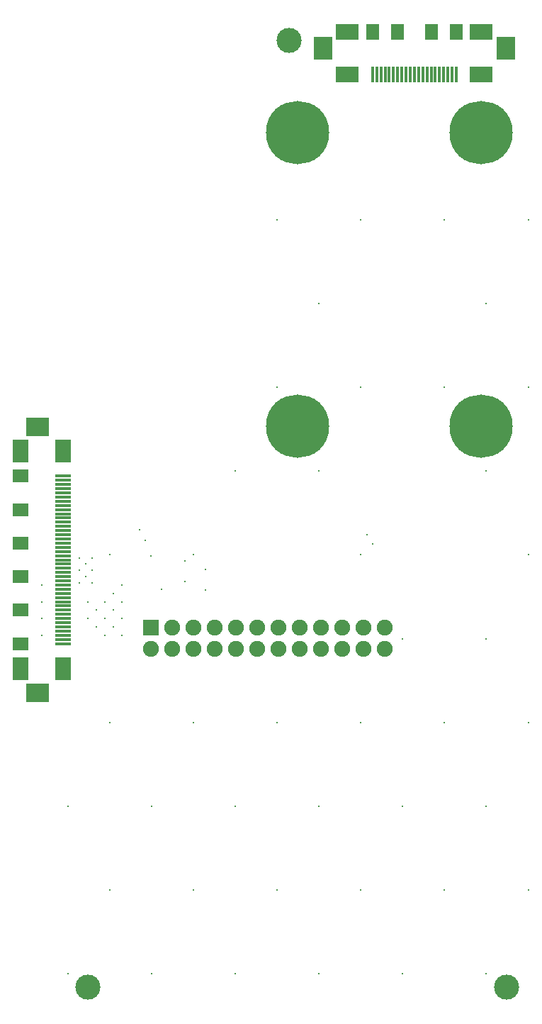
<source format=gts>
G04 Layer_Color=8388736*
%FSLAX44Y44*%
%MOMM*%
G71*
G01*
G75*
%ADD31R,0.4100X1.8600*%
%ADD32R,2.7032X1.9032*%
%ADD33R,2.2532X2.7032*%
%ADD34R,1.5032X1.9032*%
%ADD35R,1.9032X1.5032*%
%ADD36R,1.8600X0.4100*%
%ADD37R,1.9032X2.7032*%
%ADD38R,2.7032X2.2532*%
%ADD39C,3.0000*%
%ADD40C,7.5532*%
%ADD41C,1.9032*%
%ADD42R,1.9032X1.9032*%
%ADD43C,0.3000*%
D31*
X490000Y1139750D02*
D03*
X485000D02*
D03*
X480000D02*
D03*
X475000D02*
D03*
X470000D02*
D03*
X465000D02*
D03*
X460000D02*
D03*
X455000D02*
D03*
X450000D02*
D03*
X445000D02*
D03*
X440000D02*
D03*
X435000D02*
D03*
X430000D02*
D03*
X425000D02*
D03*
X420000D02*
D03*
X415000D02*
D03*
X410000D02*
D03*
X405000D02*
D03*
X400000D02*
D03*
X395000D02*
D03*
X390000D02*
D03*
D32*
X520000D02*
D03*
X360000D02*
D03*
X520000Y1190250D02*
D03*
X360000D02*
D03*
D33*
X549000Y1170500D02*
D03*
X331000D02*
D03*
D34*
X490000Y1190250D02*
D03*
X460000D02*
D03*
X420000D02*
D03*
X390000D02*
D03*
D35*
X-30250Y460000D02*
D03*
Y660000D02*
D03*
Y620000D02*
D03*
Y580000D02*
D03*
Y500000D02*
D03*
Y540000D02*
D03*
D36*
X20000Y460000D02*
D03*
Y465000D02*
D03*
Y470000D02*
D03*
Y475000D02*
D03*
Y480000D02*
D03*
Y485000D02*
D03*
Y490000D02*
D03*
Y495000D02*
D03*
Y500000D02*
D03*
Y505000D02*
D03*
Y510000D02*
D03*
Y515000D02*
D03*
Y520000D02*
D03*
Y525000D02*
D03*
Y530000D02*
D03*
Y535000D02*
D03*
Y540000D02*
D03*
Y545000D02*
D03*
Y550000D02*
D03*
Y555000D02*
D03*
X20250Y560000D02*
D03*
Y565000D02*
D03*
Y570000D02*
D03*
Y575000D02*
D03*
Y580000D02*
D03*
Y585000D02*
D03*
Y590000D02*
D03*
Y595000D02*
D03*
Y600000D02*
D03*
Y605000D02*
D03*
Y610000D02*
D03*
Y615000D02*
D03*
Y620000D02*
D03*
Y625000D02*
D03*
Y630000D02*
D03*
Y635000D02*
D03*
Y640000D02*
D03*
Y645000D02*
D03*
Y650000D02*
D03*
Y655000D02*
D03*
Y660000D02*
D03*
D37*
X-30250Y430000D02*
D03*
Y690000D02*
D03*
X20250Y430000D02*
D03*
Y690000D02*
D03*
D38*
X-10500Y401000D02*
D03*
Y719000D02*
D03*
D39*
X290000Y1180000D02*
D03*
X50000Y50000D02*
D03*
X550000D02*
D03*
D40*
X520000Y720000D02*
D03*
Y1070000D02*
D03*
X300000Y719999D02*
D03*
Y1070000D02*
D03*
D41*
X277400Y453600D02*
D03*
Y479000D02*
D03*
X252000Y453600D02*
D03*
Y479000D02*
D03*
X226600D02*
D03*
X201200D02*
D03*
X175800D02*
D03*
X150400D02*
D03*
X125000Y453600D02*
D03*
X150400D02*
D03*
X175800D02*
D03*
X201200D02*
D03*
X226600D02*
D03*
X302800Y479000D02*
D03*
X328200D02*
D03*
X353600D02*
D03*
X302800Y453600D02*
D03*
X328200D02*
D03*
X353600D02*
D03*
X404400D02*
D03*
X379000D02*
D03*
X404400Y479000D02*
D03*
X379000D02*
D03*
D42*
X125000D02*
D03*
D43*
X165583Y559000D02*
D03*
Y534000D02*
D03*
X190583Y549000D02*
D03*
Y524000D02*
D03*
X47500Y540000D02*
D03*
Y555000D02*
D03*
X55000Y532500D02*
D03*
X40000D02*
D03*
Y547500D02*
D03*
X55000D02*
D03*
Y562500D02*
D03*
X40000D02*
D03*
X112000Y596000D02*
D03*
X118000Y583000D02*
D03*
X125000Y565000D02*
D03*
X383000Y589999D02*
D03*
X390000Y579000D02*
D03*
X137500Y525000D02*
D03*
X50000Y510000D02*
D03*
X70000D02*
D03*
X90000D02*
D03*
X60000Y500000D02*
D03*
X80000D02*
D03*
X90000Y490000D02*
D03*
X70000D02*
D03*
X50000D02*
D03*
X60000Y480000D02*
D03*
X80000D02*
D03*
X90000Y470000D02*
D03*
X70000D02*
D03*
X80000Y520000D02*
D03*
X90000Y530000D02*
D03*
X-5000Y510000D02*
D03*
Y490000D02*
D03*
Y470000D02*
D03*
Y530000D02*
D03*
X26000Y66000D02*
D03*
X76000Y166000D02*
D03*
X26000Y266000D02*
D03*
X76000Y366000D02*
D03*
Y566000D02*
D03*
X126000Y66000D02*
D03*
X176000Y166000D02*
D03*
X126000Y266000D02*
D03*
X176000Y366000D02*
D03*
Y566000D02*
D03*
X226000Y66000D02*
D03*
X276000Y166000D02*
D03*
X226000Y266000D02*
D03*
X276000Y366000D02*
D03*
X226000Y666000D02*
D03*
X276000Y766000D02*
D03*
Y966000D02*
D03*
X326000Y66000D02*
D03*
X376000Y166000D02*
D03*
X326000Y266000D02*
D03*
X376000Y366000D02*
D03*
Y566000D02*
D03*
X326000Y666000D02*
D03*
X376000Y766000D02*
D03*
X326000Y866000D02*
D03*
X376000Y966000D02*
D03*
X426000Y66000D02*
D03*
X476000Y166000D02*
D03*
X426000Y266000D02*
D03*
X476000Y366000D02*
D03*
X426000Y466000D02*
D03*
X476000Y766000D02*
D03*
Y966000D02*
D03*
X526000Y66000D02*
D03*
X576000Y166000D02*
D03*
X526000Y266000D02*
D03*
X576000Y366000D02*
D03*
X526000Y466000D02*
D03*
X576000Y566000D02*
D03*
X526000Y666000D02*
D03*
X576000Y766000D02*
D03*
X526000Y866000D02*
D03*
X576000Y966000D02*
D03*
M02*

</source>
